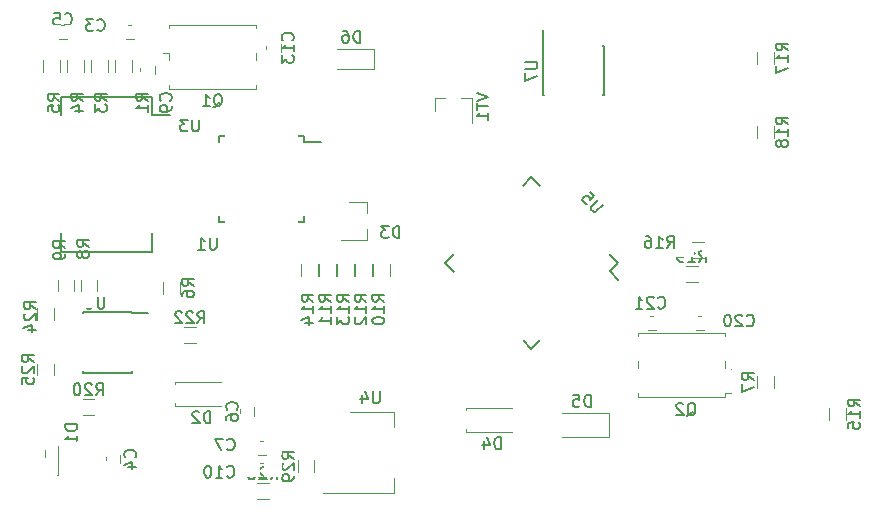
<source format=gbr>
%TF.GenerationSoftware,KiCad,Pcbnew,4.0.7-e2-6376~58~ubuntu16.04.1*%
%TF.CreationDate,2018-05-15T17:16:18+03:00*%
%TF.ProjectId,rover_commander,726F7665725F636F6D6D616E6465722E,rev?*%
%TF.FileFunction,Legend,Bot*%
%FSLAX46Y46*%
G04 Gerber Fmt 4.6, Leading zero omitted, Abs format (unit mm)*
G04 Created by KiCad (PCBNEW 4.0.7-e2-6376~58~ubuntu16.04.1) date Tue May 15 17:16:18 2018*
%MOMM*%
%LPD*%
G01*
G04 APERTURE LIST*
%ADD10C,0.100000*%
%ADD11C,0.120000*%
%ADD12C,0.150000*%
%ADD13R,2.400000X2.400000*%
%ADD14C,2.400000*%
%ADD15R,2.400000X4.200000*%
%ADD16R,2.400000X1.900000*%
%ADD17R,1.600000X1.150000*%
%ADD18R,1.150000X1.600000*%
%ADD19R,1.000000X1.500000*%
%ADD20R,1.300000X1.200000*%
%ADD21R,1.400000X1.400000*%
%ADD22R,2.200000X2.200000*%
%ADD23C,2.200000*%
%ADD24R,1.300000X1.600000*%
%ADD25R,1.600000X1.300000*%
%ADD26R,1.900000X1.000000*%
%ADD27R,1.950000X1.000000*%
%ADD28R,1.200000X1.300000*%
%ADD29C,1.920000*%
%ADD30C,3.100000*%
%ADD31R,2.100000X2.100000*%
%ADD32O,2.100000X2.100000*%
%ADD33R,2.000000X2.000000*%
%ADD34C,2.000000*%
%ADD35R,2.500000X2.100000*%
%ADD36R,1.700000X0.650000*%
%ADD37R,0.650000X1.700000*%
%ADD38R,1.000000X1.950000*%
G04 APERTURE END LIST*
D10*
D11*
X142310000Y-113742000D02*
X142310000Y-115002000D01*
X142310000Y-120562000D02*
X142310000Y-119302000D01*
X138550000Y-113742000D02*
X142310000Y-113742000D01*
X136300000Y-120562000D02*
X142310000Y-120562000D01*
X120304000Y-80934000D02*
X119604000Y-80934000D01*
X119604000Y-82134000D02*
X120304000Y-82134000D01*
X119058000Y-118052000D02*
X119058000Y-117352000D01*
X117858000Y-117352000D02*
X117858000Y-118052000D01*
X113889000Y-82134000D02*
X114589000Y-82134000D01*
X114589000Y-80934000D02*
X113889000Y-80934000D01*
X129272000Y-113312000D02*
X129272000Y-114012000D01*
X130472000Y-114012000D02*
X130472000Y-113312000D01*
X131442000Y-116152000D02*
X130742000Y-116152000D01*
X130742000Y-117352000D02*
X131442000Y-117352000D01*
X131442000Y-118000000D02*
X130742000Y-118000000D01*
X130742000Y-119200000D02*
X131442000Y-119200000D01*
X168564000Y-105572000D02*
X167864000Y-105572000D01*
X167864000Y-106772000D02*
X168564000Y-106772000D01*
X163800000Y-106772000D02*
X164500000Y-106772000D01*
X164500000Y-105572000D02*
X163800000Y-105572000D01*
X113834000Y-119064000D02*
X112734000Y-119064000D01*
X113834000Y-119064000D02*
X113834000Y-116564000D01*
X112734000Y-119064000D02*
X112734000Y-116564000D01*
X139968000Y-95956000D02*
X139968000Y-96886000D01*
X139968000Y-99116000D02*
X139968000Y-98186000D01*
X139968000Y-99116000D02*
X137808000Y-99116000D01*
X139968000Y-95956000D02*
X138508000Y-95956000D01*
X140584000Y-82970000D02*
X140584000Y-84670000D01*
X140584000Y-84670000D02*
X137434000Y-84670000D01*
X140584000Y-82970000D02*
X137434000Y-82970000D01*
X118700000Y-83912000D02*
X118700000Y-84912000D01*
X120060000Y-84912000D02*
X120060000Y-83912000D01*
X116668000Y-83912000D02*
X116668000Y-84912000D01*
X118028000Y-84912000D02*
X118028000Y-83912000D01*
X114636000Y-83912000D02*
X114636000Y-84912000D01*
X115996000Y-84912000D02*
X115996000Y-83912000D01*
X112604000Y-83912000D02*
X112604000Y-84912000D01*
X113964000Y-84912000D02*
X113964000Y-83912000D01*
X122764000Y-102708000D02*
X122764000Y-103708000D01*
X124124000Y-103708000D02*
X124124000Y-102708000D01*
X174416000Y-111668000D02*
X174416000Y-110668000D01*
X173056000Y-110668000D02*
X173056000Y-111668000D01*
X117180000Y-103500000D02*
X117180000Y-102500000D01*
X115820000Y-102500000D02*
X115820000Y-103500000D01*
X113820000Y-102500000D02*
X113820000Y-103500000D01*
X115180000Y-103500000D02*
X115180000Y-102500000D01*
X140544000Y-101184000D02*
X140544000Y-102184000D01*
X141904000Y-102184000D02*
X141904000Y-101184000D01*
X135972000Y-101184000D02*
X135972000Y-102184000D01*
X137332000Y-102184000D02*
X137332000Y-101184000D01*
X139020000Y-101184000D02*
X139020000Y-102184000D01*
X140380000Y-102184000D02*
X140380000Y-101184000D01*
X137496000Y-101184000D02*
X137496000Y-102184000D01*
X138856000Y-102184000D02*
X138856000Y-101184000D01*
X134448000Y-101184000D02*
X134448000Y-102184000D01*
X135808000Y-102184000D02*
X135808000Y-101184000D01*
X179152000Y-113376000D02*
X179152000Y-114376000D01*
X180512000Y-114376000D02*
X180512000Y-113376000D01*
X167500000Y-100680000D02*
X168500000Y-100680000D01*
X168500000Y-99320000D02*
X167500000Y-99320000D01*
X173056000Y-83236000D02*
X173056000Y-84236000D01*
X174416000Y-84236000D02*
X174416000Y-83236000D01*
X173056000Y-89500000D02*
X173056000Y-90500000D01*
X174416000Y-90500000D02*
X174416000Y-89500000D01*
X167000000Y-102680000D02*
X168000000Y-102680000D01*
X168000000Y-101320000D02*
X167000000Y-101320000D01*
X115916000Y-113964000D02*
X116916000Y-113964000D01*
X116916000Y-112604000D02*
X115916000Y-112604000D01*
X124500000Y-107868000D02*
X125500000Y-107868000D01*
X125500000Y-106508000D02*
X124500000Y-106508000D01*
X112096000Y-104900000D02*
X112096000Y-105900000D01*
X113456000Y-105900000D02*
X113456000Y-104900000D01*
X113456000Y-110600000D02*
X113456000Y-109600000D01*
X112096000Y-109600000D02*
X112096000Y-110600000D01*
D12*
X121809000Y-87024000D02*
X121809000Y-88549000D01*
X114059000Y-87024000D02*
X114059000Y-88629000D01*
X114059000Y-100174000D02*
X114059000Y-98569000D01*
X121809000Y-100174000D02*
X121809000Y-98569000D01*
X121809000Y-87024000D02*
X114059000Y-87024000D01*
X121809000Y-100174000D02*
X114059000Y-100174000D01*
X121809000Y-88549000D02*
X123334000Y-88549000D01*
X120091000Y-105248000D02*
X120091000Y-105298000D01*
X115941000Y-105248000D02*
X115941000Y-105393000D01*
X115941000Y-110398000D02*
X115941000Y-110253000D01*
X120091000Y-110398000D02*
X120091000Y-110253000D01*
X120091000Y-105248000D02*
X115941000Y-105248000D01*
X120091000Y-110398000D02*
X115941000Y-110398000D01*
X120091000Y-105298000D02*
X121491000Y-105298000D01*
D11*
X145740000Y-87108000D02*
X146670000Y-87108000D01*
X148900000Y-87108000D02*
X147970000Y-87108000D01*
X148900000Y-87108000D02*
X148900000Y-89268000D01*
X145740000Y-87108000D02*
X145740000Y-88568000D01*
X122012000Y-85120000D02*
X122012000Y-84420000D01*
X120812000Y-84420000D02*
X120812000Y-85120000D01*
X132680000Y-83220000D02*
X132680000Y-82520000D01*
X131480000Y-82520000D02*
X131480000Y-83220000D01*
X123202000Y-86046000D02*
X123202000Y-86346000D01*
X123202000Y-86346000D02*
X130602000Y-86346000D01*
X130602000Y-86346000D02*
X130602000Y-86046000D01*
X122702000Y-81246000D02*
X123202000Y-81246000D01*
X123202000Y-81246000D02*
X123202000Y-80946000D01*
X123202000Y-80946000D02*
X130602000Y-80946000D01*
X130602000Y-80946000D02*
X130602000Y-81246000D01*
X122702000Y-83346000D02*
X123202000Y-83346000D01*
X123202000Y-83346000D02*
X123202000Y-83946000D01*
X130602000Y-83946000D02*
X130602000Y-83346000D01*
X170324000Y-107328000D02*
X170324000Y-107028000D01*
X170324000Y-107028000D02*
X162924000Y-107028000D01*
X162924000Y-107028000D02*
X162924000Y-107328000D01*
X170824000Y-112128000D02*
X170324000Y-112128000D01*
X170324000Y-112128000D02*
X170324000Y-112428000D01*
X170324000Y-112428000D02*
X162924000Y-112428000D01*
X162924000Y-112428000D02*
X162924000Y-112128000D01*
X170824000Y-110028000D02*
X170324000Y-110028000D01*
X170324000Y-110028000D02*
X170324000Y-109428000D01*
X162924000Y-109428000D02*
X162924000Y-110028000D01*
D12*
X134689000Y-90355000D02*
X134689000Y-90805000D01*
X127439000Y-90355000D02*
X127439000Y-90880000D01*
X127439000Y-97605000D02*
X127439000Y-97080000D01*
X134689000Y-97605000D02*
X134689000Y-97080000D01*
X134689000Y-90355000D02*
X134164000Y-90355000D01*
X134689000Y-97605000D02*
X134164000Y-97605000D01*
X127439000Y-97605000D02*
X127964000Y-97605000D01*
X127439000Y-90355000D02*
X127964000Y-90355000D01*
X134689000Y-90805000D02*
X136064000Y-90805000D01*
D11*
X123750000Y-113200000D02*
X123750000Y-111200000D01*
X123750000Y-111200000D02*
X127650000Y-111200000D01*
X123750000Y-113200000D02*
X127650000Y-113200000D01*
X148350000Y-115400000D02*
X148350000Y-113400000D01*
X148350000Y-113400000D02*
X152250000Y-113400000D01*
X148350000Y-115400000D02*
X152250000Y-115400000D01*
X160450000Y-113800000D02*
X160450000Y-115800000D01*
X160450000Y-115800000D02*
X156550000Y-115800000D01*
X160450000Y-113800000D02*
X156550000Y-113800000D01*
X130700000Y-121080000D02*
X131700000Y-121080000D01*
X131700000Y-119720000D02*
X130700000Y-119720000D01*
X135480000Y-118800000D02*
X135480000Y-117800000D01*
X134120000Y-117800000D02*
X134120000Y-118800000D01*
D12*
X154881000Y-82753000D02*
X154931000Y-82753000D01*
X154881000Y-86903000D02*
X155026000Y-86903000D01*
X160031000Y-86903000D02*
X159886000Y-86903000D01*
X160031000Y-82753000D02*
X159886000Y-82753000D01*
X154881000Y-82753000D02*
X154881000Y-86903000D01*
X160031000Y-82753000D02*
X160031000Y-86903000D01*
X154931000Y-82753000D02*
X154931000Y-81353000D01*
X161242555Y-101092000D02*
X160535448Y-101799107D01*
X153924000Y-93773445D02*
X153163860Y-94533585D01*
X146605445Y-101092000D02*
X147365585Y-100331860D01*
X153924000Y-108410555D02*
X154684140Y-107650415D01*
X161242555Y-101092000D02*
X160482415Y-100331860D01*
X153924000Y-108410555D02*
X153163860Y-107650415D01*
X146605445Y-101092000D02*
X147365585Y-101852140D01*
X153924000Y-93773445D02*
X154684140Y-94533585D01*
X160535448Y-101799107D02*
X161260233Y-102523891D01*
X141059905Y-111952381D02*
X141059905Y-112761905D01*
X141012286Y-112857143D01*
X140964667Y-112904762D01*
X140869429Y-112952381D01*
X140678952Y-112952381D01*
X140583714Y-112904762D01*
X140536095Y-112857143D01*
X140488476Y-112761905D01*
X140488476Y-111952381D01*
X139583714Y-112285714D02*
X139583714Y-112952381D01*
X139821810Y-111904762D02*
X140059905Y-112619048D01*
X139440857Y-112619048D01*
X117166666Y-81357143D02*
X117214285Y-81404762D01*
X117357142Y-81452381D01*
X117452380Y-81452381D01*
X117595238Y-81404762D01*
X117690476Y-81309524D01*
X117738095Y-81214286D01*
X117785714Y-81023810D01*
X117785714Y-80880952D01*
X117738095Y-80690476D01*
X117690476Y-80595238D01*
X117595238Y-80500000D01*
X117452380Y-80452381D01*
X117357142Y-80452381D01*
X117214285Y-80500000D01*
X117166666Y-80547619D01*
X116833333Y-80452381D02*
X116214285Y-80452381D01*
X116547619Y-80833333D01*
X116404761Y-80833333D01*
X116309523Y-80880952D01*
X116261904Y-80928571D01*
X116214285Y-81023810D01*
X116214285Y-81261905D01*
X116261904Y-81357143D01*
X116309523Y-81404762D01*
X116404761Y-81452381D01*
X116690476Y-81452381D01*
X116785714Y-81404762D01*
X116833333Y-81357143D01*
X120357143Y-117535334D02*
X120404762Y-117487715D01*
X120452381Y-117344858D01*
X120452381Y-117249620D01*
X120404762Y-117106762D01*
X120309524Y-117011524D01*
X120214286Y-116963905D01*
X120023810Y-116916286D01*
X119880952Y-116916286D01*
X119690476Y-116963905D01*
X119595238Y-117011524D01*
X119500000Y-117106762D01*
X119452381Y-117249620D01*
X119452381Y-117344858D01*
X119500000Y-117487715D01*
X119547619Y-117535334D01*
X119785714Y-118392477D02*
X120452381Y-118392477D01*
X119404762Y-118154381D02*
X120119048Y-117916286D01*
X120119048Y-118535334D01*
X114405666Y-80857143D02*
X114453285Y-80904762D01*
X114596142Y-80952381D01*
X114691380Y-80952381D01*
X114834238Y-80904762D01*
X114929476Y-80809524D01*
X114977095Y-80714286D01*
X115024714Y-80523810D01*
X115024714Y-80380952D01*
X114977095Y-80190476D01*
X114929476Y-80095238D01*
X114834238Y-80000000D01*
X114691380Y-79952381D01*
X114596142Y-79952381D01*
X114453285Y-80000000D01*
X114405666Y-80047619D01*
X113500904Y-79952381D02*
X113977095Y-79952381D01*
X114024714Y-80428571D01*
X113977095Y-80380952D01*
X113881857Y-80333333D01*
X113643761Y-80333333D01*
X113548523Y-80380952D01*
X113500904Y-80428571D01*
X113453285Y-80523810D01*
X113453285Y-80761905D01*
X113500904Y-80857143D01*
X113548523Y-80904762D01*
X113643761Y-80952381D01*
X113881857Y-80952381D01*
X113977095Y-80904762D01*
X114024714Y-80857143D01*
X128979143Y-113495334D02*
X129026762Y-113447715D01*
X129074381Y-113304858D01*
X129074381Y-113209620D01*
X129026762Y-113066762D01*
X128931524Y-112971524D01*
X128836286Y-112923905D01*
X128645810Y-112876286D01*
X128502952Y-112876286D01*
X128312476Y-112923905D01*
X128217238Y-112971524D01*
X128122000Y-113066762D01*
X128074381Y-113209620D01*
X128074381Y-113304858D01*
X128122000Y-113447715D01*
X128169619Y-113495334D01*
X128074381Y-114352477D02*
X128074381Y-114162000D01*
X128122000Y-114066762D01*
X128169619Y-114019143D01*
X128312476Y-113923905D01*
X128502952Y-113876286D01*
X128883905Y-113876286D01*
X128979143Y-113923905D01*
X129026762Y-113971524D01*
X129074381Y-114066762D01*
X129074381Y-114257239D01*
X129026762Y-114352477D01*
X128979143Y-114400096D01*
X128883905Y-114447715D01*
X128645810Y-114447715D01*
X128550571Y-114400096D01*
X128502952Y-114352477D01*
X128455333Y-114257239D01*
X128455333Y-114066762D01*
X128502952Y-113971524D01*
X128550571Y-113923905D01*
X128645810Y-113876286D01*
X128166666Y-116857143D02*
X128214285Y-116904762D01*
X128357142Y-116952381D01*
X128452380Y-116952381D01*
X128595238Y-116904762D01*
X128690476Y-116809524D01*
X128738095Y-116714286D01*
X128785714Y-116523810D01*
X128785714Y-116380952D01*
X128738095Y-116190476D01*
X128690476Y-116095238D01*
X128595238Y-116000000D01*
X128452380Y-115952381D01*
X128357142Y-115952381D01*
X128214285Y-116000000D01*
X128166666Y-116047619D01*
X127833333Y-115952381D02*
X127166666Y-115952381D01*
X127595238Y-116952381D01*
X128142857Y-119165143D02*
X128190476Y-119212762D01*
X128333333Y-119260381D01*
X128428571Y-119260381D01*
X128571429Y-119212762D01*
X128666667Y-119117524D01*
X128714286Y-119022286D01*
X128761905Y-118831810D01*
X128761905Y-118688952D01*
X128714286Y-118498476D01*
X128666667Y-118403238D01*
X128571429Y-118308000D01*
X128428571Y-118260381D01*
X128333333Y-118260381D01*
X128190476Y-118308000D01*
X128142857Y-118355619D01*
X127190476Y-119260381D02*
X127761905Y-119260381D01*
X127476191Y-119260381D02*
X127476191Y-118260381D01*
X127571429Y-118403238D01*
X127666667Y-118498476D01*
X127761905Y-118546095D01*
X126571429Y-118260381D02*
X126476190Y-118260381D01*
X126380952Y-118308000D01*
X126333333Y-118355619D01*
X126285714Y-118450857D01*
X126238095Y-118641333D01*
X126238095Y-118879429D01*
X126285714Y-119069905D01*
X126333333Y-119165143D01*
X126380952Y-119212762D01*
X126476190Y-119260381D01*
X126571429Y-119260381D01*
X126666667Y-119212762D01*
X126714286Y-119165143D01*
X126761905Y-119069905D01*
X126809524Y-118879429D01*
X126809524Y-118641333D01*
X126761905Y-118450857D01*
X126714286Y-118355619D01*
X126666667Y-118308000D01*
X126571429Y-118260381D01*
X172142857Y-106357143D02*
X172190476Y-106404762D01*
X172333333Y-106452381D01*
X172428571Y-106452381D01*
X172571429Y-106404762D01*
X172666667Y-106309524D01*
X172714286Y-106214286D01*
X172761905Y-106023810D01*
X172761905Y-105880952D01*
X172714286Y-105690476D01*
X172666667Y-105595238D01*
X172571429Y-105500000D01*
X172428571Y-105452381D01*
X172333333Y-105452381D01*
X172190476Y-105500000D01*
X172142857Y-105547619D01*
X171761905Y-105547619D02*
X171714286Y-105500000D01*
X171619048Y-105452381D01*
X171380952Y-105452381D01*
X171285714Y-105500000D01*
X171238095Y-105547619D01*
X171190476Y-105642857D01*
X171190476Y-105738095D01*
X171238095Y-105880952D01*
X171809524Y-106452381D01*
X171190476Y-106452381D01*
X170571429Y-105452381D02*
X170476190Y-105452381D01*
X170380952Y-105500000D01*
X170333333Y-105547619D01*
X170285714Y-105642857D01*
X170238095Y-105833333D01*
X170238095Y-106071429D01*
X170285714Y-106261905D01*
X170333333Y-106357143D01*
X170380952Y-106404762D01*
X170476190Y-106452381D01*
X170571429Y-106452381D01*
X170666667Y-106404762D01*
X170714286Y-106357143D01*
X170761905Y-106261905D01*
X170809524Y-106071429D01*
X170809524Y-105833333D01*
X170761905Y-105642857D01*
X170714286Y-105547619D01*
X170666667Y-105500000D01*
X170571429Y-105452381D01*
X164642857Y-104857143D02*
X164690476Y-104904762D01*
X164833333Y-104952381D01*
X164928571Y-104952381D01*
X165071429Y-104904762D01*
X165166667Y-104809524D01*
X165214286Y-104714286D01*
X165261905Y-104523810D01*
X165261905Y-104380952D01*
X165214286Y-104190476D01*
X165166667Y-104095238D01*
X165071429Y-104000000D01*
X164928571Y-103952381D01*
X164833333Y-103952381D01*
X164690476Y-104000000D01*
X164642857Y-104047619D01*
X164261905Y-104047619D02*
X164214286Y-104000000D01*
X164119048Y-103952381D01*
X163880952Y-103952381D01*
X163785714Y-104000000D01*
X163738095Y-104047619D01*
X163690476Y-104142857D01*
X163690476Y-104238095D01*
X163738095Y-104380952D01*
X164309524Y-104952381D01*
X163690476Y-104952381D01*
X162738095Y-104952381D02*
X163309524Y-104952381D01*
X163023810Y-104952381D02*
X163023810Y-103952381D01*
X163119048Y-104095238D01*
X163214286Y-104190476D01*
X163309524Y-104238095D01*
X115452381Y-114761905D02*
X114452381Y-114761905D01*
X114452381Y-115000000D01*
X114500000Y-115142858D01*
X114595238Y-115238096D01*
X114690476Y-115285715D01*
X114880952Y-115333334D01*
X115023810Y-115333334D01*
X115214286Y-115285715D01*
X115309524Y-115238096D01*
X115404762Y-115142858D01*
X115452381Y-115000000D01*
X115452381Y-114761905D01*
X115452381Y-116285715D02*
X115452381Y-115714286D01*
X115452381Y-116000000D02*
X114452381Y-116000000D01*
X114595238Y-115904762D01*
X114690476Y-115809524D01*
X114738095Y-115714286D01*
X142738095Y-98952381D02*
X142738095Y-97952381D01*
X142500000Y-97952381D01*
X142357142Y-98000000D01*
X142261904Y-98095238D01*
X142214285Y-98190476D01*
X142166666Y-98380952D01*
X142166666Y-98523810D01*
X142214285Y-98714286D01*
X142261904Y-98809524D01*
X142357142Y-98904762D01*
X142500000Y-98952381D01*
X142738095Y-98952381D01*
X141833333Y-97952381D02*
X141214285Y-97952381D01*
X141547619Y-98333333D01*
X141404761Y-98333333D01*
X141309523Y-98380952D01*
X141261904Y-98428571D01*
X141214285Y-98523810D01*
X141214285Y-98761905D01*
X141261904Y-98857143D01*
X141309523Y-98904762D01*
X141404761Y-98952381D01*
X141690476Y-98952381D01*
X141785714Y-98904762D01*
X141833333Y-98857143D01*
X139422095Y-82422381D02*
X139422095Y-81422381D01*
X139184000Y-81422381D01*
X139041142Y-81470000D01*
X138945904Y-81565238D01*
X138898285Y-81660476D01*
X138850666Y-81850952D01*
X138850666Y-81993810D01*
X138898285Y-82184286D01*
X138945904Y-82279524D01*
X139041142Y-82374762D01*
X139184000Y-82422381D01*
X139422095Y-82422381D01*
X137993523Y-81422381D02*
X138184000Y-81422381D01*
X138279238Y-81470000D01*
X138326857Y-81517619D01*
X138422095Y-81660476D01*
X138469714Y-81850952D01*
X138469714Y-82231905D01*
X138422095Y-82327143D01*
X138374476Y-82374762D01*
X138279238Y-82422381D01*
X138088761Y-82422381D01*
X137993523Y-82374762D01*
X137945904Y-82327143D01*
X137898285Y-82231905D01*
X137898285Y-81993810D01*
X137945904Y-81898571D01*
X137993523Y-81850952D01*
X138088761Y-81803333D01*
X138279238Y-81803333D01*
X138374476Y-81850952D01*
X138422095Y-81898571D01*
X138469714Y-81993810D01*
X121452381Y-87333334D02*
X120976190Y-87000000D01*
X121452381Y-86761905D02*
X120452381Y-86761905D01*
X120452381Y-87142858D01*
X120500000Y-87238096D01*
X120547619Y-87285715D01*
X120642857Y-87333334D01*
X120785714Y-87333334D01*
X120880952Y-87285715D01*
X120928571Y-87238096D01*
X120976190Y-87142858D01*
X120976190Y-86761905D01*
X121452381Y-88285715D02*
X121452381Y-87714286D01*
X121452381Y-88000000D02*
X120452381Y-88000000D01*
X120595238Y-87904762D01*
X120690476Y-87809524D01*
X120738095Y-87714286D01*
X117952381Y-87333334D02*
X117476190Y-87000000D01*
X117952381Y-86761905D02*
X116952381Y-86761905D01*
X116952381Y-87142858D01*
X117000000Y-87238096D01*
X117047619Y-87285715D01*
X117142857Y-87333334D01*
X117285714Y-87333334D01*
X117380952Y-87285715D01*
X117428571Y-87238096D01*
X117476190Y-87142858D01*
X117476190Y-86761905D01*
X116952381Y-87666667D02*
X116952381Y-88285715D01*
X117333333Y-87952381D01*
X117333333Y-88095239D01*
X117380952Y-88190477D01*
X117428571Y-88238096D01*
X117523810Y-88285715D01*
X117761905Y-88285715D01*
X117857143Y-88238096D01*
X117904762Y-88190477D01*
X117952381Y-88095239D01*
X117952381Y-87809524D01*
X117904762Y-87714286D01*
X117857143Y-87666667D01*
X115952381Y-87333334D02*
X115476190Y-87000000D01*
X115952381Y-86761905D02*
X114952381Y-86761905D01*
X114952381Y-87142858D01*
X115000000Y-87238096D01*
X115047619Y-87285715D01*
X115142857Y-87333334D01*
X115285714Y-87333334D01*
X115380952Y-87285715D01*
X115428571Y-87238096D01*
X115476190Y-87142858D01*
X115476190Y-86761905D01*
X115285714Y-88190477D02*
X115952381Y-88190477D01*
X114904762Y-87952381D02*
X115619048Y-87714286D01*
X115619048Y-88333334D01*
X113952381Y-87333334D02*
X113476190Y-87000000D01*
X113952381Y-86761905D02*
X112952381Y-86761905D01*
X112952381Y-87142858D01*
X113000000Y-87238096D01*
X113047619Y-87285715D01*
X113142857Y-87333334D01*
X113285714Y-87333334D01*
X113380952Y-87285715D01*
X113428571Y-87238096D01*
X113476190Y-87142858D01*
X113476190Y-86761905D01*
X112952381Y-88238096D02*
X112952381Y-87761905D01*
X113428571Y-87714286D01*
X113380952Y-87761905D01*
X113333333Y-87857143D01*
X113333333Y-88095239D01*
X113380952Y-88190477D01*
X113428571Y-88238096D01*
X113523810Y-88285715D01*
X113761905Y-88285715D01*
X113857143Y-88238096D01*
X113904762Y-88190477D01*
X113952381Y-88095239D01*
X113952381Y-87857143D01*
X113904762Y-87761905D01*
X113857143Y-87714286D01*
X125346381Y-103041334D02*
X124870190Y-102708000D01*
X125346381Y-102469905D02*
X124346381Y-102469905D01*
X124346381Y-102850858D01*
X124394000Y-102946096D01*
X124441619Y-102993715D01*
X124536857Y-103041334D01*
X124679714Y-103041334D01*
X124774952Y-102993715D01*
X124822571Y-102946096D01*
X124870190Y-102850858D01*
X124870190Y-102469905D01*
X124346381Y-103898477D02*
X124346381Y-103708000D01*
X124394000Y-103612762D01*
X124441619Y-103565143D01*
X124584476Y-103469905D01*
X124774952Y-103422286D01*
X125155905Y-103422286D01*
X125251143Y-103469905D01*
X125298762Y-103517524D01*
X125346381Y-103612762D01*
X125346381Y-103803239D01*
X125298762Y-103898477D01*
X125251143Y-103946096D01*
X125155905Y-103993715D01*
X124917810Y-103993715D01*
X124822571Y-103946096D01*
X124774952Y-103898477D01*
X124727333Y-103803239D01*
X124727333Y-103612762D01*
X124774952Y-103517524D01*
X124822571Y-103469905D01*
X124917810Y-103422286D01*
X172738381Y-111001334D02*
X172262190Y-110668000D01*
X172738381Y-110429905D02*
X171738381Y-110429905D01*
X171738381Y-110810858D01*
X171786000Y-110906096D01*
X171833619Y-110953715D01*
X171928857Y-111001334D01*
X172071714Y-111001334D01*
X172166952Y-110953715D01*
X172214571Y-110906096D01*
X172262190Y-110810858D01*
X172262190Y-110429905D01*
X171738381Y-111334667D02*
X171738381Y-112001334D01*
X172738381Y-111572762D01*
X116452381Y-99709334D02*
X115976190Y-99376000D01*
X116452381Y-99137905D02*
X115452381Y-99137905D01*
X115452381Y-99518858D01*
X115500000Y-99614096D01*
X115547619Y-99661715D01*
X115642857Y-99709334D01*
X115785714Y-99709334D01*
X115880952Y-99661715D01*
X115928571Y-99614096D01*
X115976190Y-99518858D01*
X115976190Y-99137905D01*
X115880952Y-100280762D02*
X115833333Y-100185524D01*
X115785714Y-100137905D01*
X115690476Y-100090286D01*
X115642857Y-100090286D01*
X115547619Y-100137905D01*
X115500000Y-100185524D01*
X115452381Y-100280762D01*
X115452381Y-100471239D01*
X115500000Y-100566477D01*
X115547619Y-100614096D01*
X115642857Y-100661715D01*
X115690476Y-100661715D01*
X115785714Y-100614096D01*
X115833333Y-100566477D01*
X115880952Y-100471239D01*
X115880952Y-100280762D01*
X115928571Y-100185524D01*
X115976190Y-100137905D01*
X116071429Y-100090286D01*
X116261905Y-100090286D01*
X116357143Y-100137905D01*
X116404762Y-100185524D01*
X116452381Y-100280762D01*
X116452381Y-100471239D01*
X116404762Y-100566477D01*
X116357143Y-100614096D01*
X116261905Y-100661715D01*
X116071429Y-100661715D01*
X115976190Y-100614096D01*
X115928571Y-100566477D01*
X115880952Y-100471239D01*
X114452381Y-99833334D02*
X113976190Y-99500000D01*
X114452381Y-99261905D02*
X113452381Y-99261905D01*
X113452381Y-99642858D01*
X113500000Y-99738096D01*
X113547619Y-99785715D01*
X113642857Y-99833334D01*
X113785714Y-99833334D01*
X113880952Y-99785715D01*
X113928571Y-99738096D01*
X113976190Y-99642858D01*
X113976190Y-99261905D01*
X114452381Y-100309524D02*
X114452381Y-100500000D01*
X114404762Y-100595239D01*
X114357143Y-100642858D01*
X114214286Y-100738096D01*
X114023810Y-100785715D01*
X113642857Y-100785715D01*
X113547619Y-100738096D01*
X113500000Y-100690477D01*
X113452381Y-100595239D01*
X113452381Y-100404762D01*
X113500000Y-100309524D01*
X113547619Y-100261905D01*
X113642857Y-100214286D01*
X113880952Y-100214286D01*
X113976190Y-100261905D01*
X114023810Y-100309524D01*
X114071429Y-100404762D01*
X114071429Y-100595239D01*
X114023810Y-100690477D01*
X113976190Y-100738096D01*
X113880952Y-100785715D01*
X141452381Y-104357143D02*
X140976190Y-104023809D01*
X141452381Y-103785714D02*
X140452381Y-103785714D01*
X140452381Y-104166667D01*
X140500000Y-104261905D01*
X140547619Y-104309524D01*
X140642857Y-104357143D01*
X140785714Y-104357143D01*
X140880952Y-104309524D01*
X140928571Y-104261905D01*
X140976190Y-104166667D01*
X140976190Y-103785714D01*
X141452381Y-105309524D02*
X141452381Y-104738095D01*
X141452381Y-105023809D02*
X140452381Y-105023809D01*
X140595238Y-104928571D01*
X140690476Y-104833333D01*
X140738095Y-104738095D01*
X140452381Y-105928571D02*
X140452381Y-106023810D01*
X140500000Y-106119048D01*
X140547619Y-106166667D01*
X140642857Y-106214286D01*
X140833333Y-106261905D01*
X141071429Y-106261905D01*
X141261905Y-106214286D01*
X141357143Y-106166667D01*
X141404762Y-106119048D01*
X141452381Y-106023810D01*
X141452381Y-105928571D01*
X141404762Y-105833333D01*
X141357143Y-105785714D01*
X141261905Y-105738095D01*
X141071429Y-105690476D01*
X140833333Y-105690476D01*
X140642857Y-105738095D01*
X140547619Y-105785714D01*
X140500000Y-105833333D01*
X140452381Y-105928571D01*
X136952381Y-104357143D02*
X136476190Y-104023809D01*
X136952381Y-103785714D02*
X135952381Y-103785714D01*
X135952381Y-104166667D01*
X136000000Y-104261905D01*
X136047619Y-104309524D01*
X136142857Y-104357143D01*
X136285714Y-104357143D01*
X136380952Y-104309524D01*
X136428571Y-104261905D01*
X136476190Y-104166667D01*
X136476190Y-103785714D01*
X136952381Y-105309524D02*
X136952381Y-104738095D01*
X136952381Y-105023809D02*
X135952381Y-105023809D01*
X136095238Y-104928571D01*
X136190476Y-104833333D01*
X136238095Y-104738095D01*
X136952381Y-106261905D02*
X136952381Y-105690476D01*
X136952381Y-105976190D02*
X135952381Y-105976190D01*
X136095238Y-105880952D01*
X136190476Y-105785714D01*
X136238095Y-105690476D01*
X139952381Y-104357143D02*
X139476190Y-104023809D01*
X139952381Y-103785714D02*
X138952381Y-103785714D01*
X138952381Y-104166667D01*
X139000000Y-104261905D01*
X139047619Y-104309524D01*
X139142857Y-104357143D01*
X139285714Y-104357143D01*
X139380952Y-104309524D01*
X139428571Y-104261905D01*
X139476190Y-104166667D01*
X139476190Y-103785714D01*
X139952381Y-105309524D02*
X139952381Y-104738095D01*
X139952381Y-105023809D02*
X138952381Y-105023809D01*
X139095238Y-104928571D01*
X139190476Y-104833333D01*
X139238095Y-104738095D01*
X139047619Y-105690476D02*
X139000000Y-105738095D01*
X138952381Y-105833333D01*
X138952381Y-106071429D01*
X139000000Y-106166667D01*
X139047619Y-106214286D01*
X139142857Y-106261905D01*
X139238095Y-106261905D01*
X139380952Y-106214286D01*
X139952381Y-105642857D01*
X139952381Y-106261905D01*
X138452381Y-104357143D02*
X137976190Y-104023809D01*
X138452381Y-103785714D02*
X137452381Y-103785714D01*
X137452381Y-104166667D01*
X137500000Y-104261905D01*
X137547619Y-104309524D01*
X137642857Y-104357143D01*
X137785714Y-104357143D01*
X137880952Y-104309524D01*
X137928571Y-104261905D01*
X137976190Y-104166667D01*
X137976190Y-103785714D01*
X138452381Y-105309524D02*
X138452381Y-104738095D01*
X138452381Y-105023809D02*
X137452381Y-105023809D01*
X137595238Y-104928571D01*
X137690476Y-104833333D01*
X137738095Y-104738095D01*
X137452381Y-105642857D02*
X137452381Y-106261905D01*
X137833333Y-105928571D01*
X137833333Y-106071429D01*
X137880952Y-106166667D01*
X137928571Y-106214286D01*
X138023810Y-106261905D01*
X138261905Y-106261905D01*
X138357143Y-106214286D01*
X138404762Y-106166667D01*
X138452381Y-106071429D01*
X138452381Y-105785714D01*
X138404762Y-105690476D01*
X138357143Y-105642857D01*
X135452381Y-104357143D02*
X134976190Y-104023809D01*
X135452381Y-103785714D02*
X134452381Y-103785714D01*
X134452381Y-104166667D01*
X134500000Y-104261905D01*
X134547619Y-104309524D01*
X134642857Y-104357143D01*
X134785714Y-104357143D01*
X134880952Y-104309524D01*
X134928571Y-104261905D01*
X134976190Y-104166667D01*
X134976190Y-103785714D01*
X135452381Y-105309524D02*
X135452381Y-104738095D01*
X135452381Y-105023809D02*
X134452381Y-105023809D01*
X134595238Y-104928571D01*
X134690476Y-104833333D01*
X134738095Y-104738095D01*
X134785714Y-106166667D02*
X135452381Y-106166667D01*
X134404762Y-105928571D02*
X135119048Y-105690476D01*
X135119048Y-106309524D01*
X181734381Y-113233143D02*
X181258190Y-112899809D01*
X181734381Y-112661714D02*
X180734381Y-112661714D01*
X180734381Y-113042667D01*
X180782000Y-113137905D01*
X180829619Y-113185524D01*
X180924857Y-113233143D01*
X181067714Y-113233143D01*
X181162952Y-113185524D01*
X181210571Y-113137905D01*
X181258190Y-113042667D01*
X181258190Y-112661714D01*
X181734381Y-114185524D02*
X181734381Y-113614095D01*
X181734381Y-113899809D02*
X180734381Y-113899809D01*
X180877238Y-113804571D01*
X180972476Y-113709333D01*
X181020095Y-113614095D01*
X180734381Y-115090286D02*
X180734381Y-114614095D01*
X181210571Y-114566476D01*
X181162952Y-114614095D01*
X181115333Y-114709333D01*
X181115333Y-114947429D01*
X181162952Y-115042667D01*
X181210571Y-115090286D01*
X181305810Y-115137905D01*
X181543905Y-115137905D01*
X181639143Y-115090286D01*
X181686762Y-115042667D01*
X181734381Y-114947429D01*
X181734381Y-114709333D01*
X181686762Y-114614095D01*
X181639143Y-114566476D01*
X165410857Y-99820381D02*
X165744191Y-99344190D01*
X165982286Y-99820381D02*
X165982286Y-98820381D01*
X165601333Y-98820381D01*
X165506095Y-98868000D01*
X165458476Y-98915619D01*
X165410857Y-99010857D01*
X165410857Y-99153714D01*
X165458476Y-99248952D01*
X165506095Y-99296571D01*
X165601333Y-99344190D01*
X165982286Y-99344190D01*
X164458476Y-99820381D02*
X165029905Y-99820381D01*
X164744191Y-99820381D02*
X164744191Y-98820381D01*
X164839429Y-98963238D01*
X164934667Y-99058476D01*
X165029905Y-99106095D01*
X163601333Y-98820381D02*
X163791810Y-98820381D01*
X163887048Y-98868000D01*
X163934667Y-98915619D01*
X164029905Y-99058476D01*
X164077524Y-99248952D01*
X164077524Y-99629905D01*
X164029905Y-99725143D01*
X163982286Y-99772762D01*
X163887048Y-99820381D01*
X163696571Y-99820381D01*
X163601333Y-99772762D01*
X163553714Y-99725143D01*
X163506095Y-99629905D01*
X163506095Y-99391810D01*
X163553714Y-99296571D01*
X163601333Y-99248952D01*
X163696571Y-99201333D01*
X163887048Y-99201333D01*
X163982286Y-99248952D01*
X164029905Y-99296571D01*
X164077524Y-99391810D01*
X175638381Y-83093143D02*
X175162190Y-82759809D01*
X175638381Y-82521714D02*
X174638381Y-82521714D01*
X174638381Y-82902667D01*
X174686000Y-82997905D01*
X174733619Y-83045524D01*
X174828857Y-83093143D01*
X174971714Y-83093143D01*
X175066952Y-83045524D01*
X175114571Y-82997905D01*
X175162190Y-82902667D01*
X175162190Y-82521714D01*
X175638381Y-84045524D02*
X175638381Y-83474095D01*
X175638381Y-83759809D02*
X174638381Y-83759809D01*
X174781238Y-83664571D01*
X174876476Y-83569333D01*
X174924095Y-83474095D01*
X174638381Y-84378857D02*
X174638381Y-85045524D01*
X175638381Y-84616952D01*
X175638381Y-89357143D02*
X175162190Y-89023809D01*
X175638381Y-88785714D02*
X174638381Y-88785714D01*
X174638381Y-89166667D01*
X174686000Y-89261905D01*
X174733619Y-89309524D01*
X174828857Y-89357143D01*
X174971714Y-89357143D01*
X175066952Y-89309524D01*
X175114571Y-89261905D01*
X175162190Y-89166667D01*
X175162190Y-88785714D01*
X175638381Y-90309524D02*
X175638381Y-89738095D01*
X175638381Y-90023809D02*
X174638381Y-90023809D01*
X174781238Y-89928571D01*
X174876476Y-89833333D01*
X174924095Y-89738095D01*
X175066952Y-90880952D02*
X175019333Y-90785714D01*
X174971714Y-90738095D01*
X174876476Y-90690476D01*
X174828857Y-90690476D01*
X174733619Y-90738095D01*
X174686000Y-90785714D01*
X174638381Y-90880952D01*
X174638381Y-91071429D01*
X174686000Y-91166667D01*
X174733619Y-91214286D01*
X174828857Y-91261905D01*
X174876476Y-91261905D01*
X174971714Y-91214286D01*
X175019333Y-91166667D01*
X175066952Y-91071429D01*
X175066952Y-90880952D01*
X175114571Y-90785714D01*
X175162190Y-90738095D01*
X175257429Y-90690476D01*
X175447905Y-90690476D01*
X175543143Y-90738095D01*
X175590762Y-90785714D01*
X175638381Y-90880952D01*
X175638381Y-91071429D01*
X175590762Y-91166667D01*
X175543143Y-91214286D01*
X175447905Y-91261905D01*
X175257429Y-91261905D01*
X175162190Y-91214286D01*
X175114571Y-91166667D01*
X175066952Y-91071429D01*
X168142857Y-101002381D02*
X168476191Y-100526190D01*
X168714286Y-101002381D02*
X168714286Y-100002381D01*
X168333333Y-100002381D01*
X168238095Y-100050000D01*
X168190476Y-100097619D01*
X168142857Y-100192857D01*
X168142857Y-100335714D01*
X168190476Y-100430952D01*
X168238095Y-100478571D01*
X168333333Y-100526190D01*
X168714286Y-100526190D01*
X167190476Y-101002381D02*
X167761905Y-101002381D01*
X167476191Y-101002381D02*
X167476191Y-100002381D01*
X167571429Y-100145238D01*
X167666667Y-100240476D01*
X167761905Y-100288095D01*
X166714286Y-101002381D02*
X166523810Y-101002381D01*
X166428571Y-100954762D01*
X166380952Y-100907143D01*
X166285714Y-100764286D01*
X166238095Y-100573810D01*
X166238095Y-100192857D01*
X166285714Y-100097619D01*
X166333333Y-100050000D01*
X166428571Y-100002381D01*
X166619048Y-100002381D01*
X166714286Y-100050000D01*
X166761905Y-100097619D01*
X166809524Y-100192857D01*
X166809524Y-100430952D01*
X166761905Y-100526190D01*
X166714286Y-100573810D01*
X166619048Y-100621429D01*
X166428571Y-100621429D01*
X166333333Y-100573810D01*
X166285714Y-100526190D01*
X166238095Y-100430952D01*
X117058857Y-112286381D02*
X117392191Y-111810190D01*
X117630286Y-112286381D02*
X117630286Y-111286381D01*
X117249333Y-111286381D01*
X117154095Y-111334000D01*
X117106476Y-111381619D01*
X117058857Y-111476857D01*
X117058857Y-111619714D01*
X117106476Y-111714952D01*
X117154095Y-111762571D01*
X117249333Y-111810190D01*
X117630286Y-111810190D01*
X116677905Y-111381619D02*
X116630286Y-111334000D01*
X116535048Y-111286381D01*
X116296952Y-111286381D01*
X116201714Y-111334000D01*
X116154095Y-111381619D01*
X116106476Y-111476857D01*
X116106476Y-111572095D01*
X116154095Y-111714952D01*
X116725524Y-112286381D01*
X116106476Y-112286381D01*
X115487429Y-111286381D02*
X115392190Y-111286381D01*
X115296952Y-111334000D01*
X115249333Y-111381619D01*
X115201714Y-111476857D01*
X115154095Y-111667333D01*
X115154095Y-111905429D01*
X115201714Y-112095905D01*
X115249333Y-112191143D01*
X115296952Y-112238762D01*
X115392190Y-112286381D01*
X115487429Y-112286381D01*
X115582667Y-112238762D01*
X115630286Y-112191143D01*
X115677905Y-112095905D01*
X115725524Y-111905429D01*
X115725524Y-111667333D01*
X115677905Y-111476857D01*
X115630286Y-111381619D01*
X115582667Y-111334000D01*
X115487429Y-111286381D01*
X125642857Y-106190381D02*
X125976191Y-105714190D01*
X126214286Y-106190381D02*
X126214286Y-105190381D01*
X125833333Y-105190381D01*
X125738095Y-105238000D01*
X125690476Y-105285619D01*
X125642857Y-105380857D01*
X125642857Y-105523714D01*
X125690476Y-105618952D01*
X125738095Y-105666571D01*
X125833333Y-105714190D01*
X126214286Y-105714190D01*
X125261905Y-105285619D02*
X125214286Y-105238000D01*
X125119048Y-105190381D01*
X124880952Y-105190381D01*
X124785714Y-105238000D01*
X124738095Y-105285619D01*
X124690476Y-105380857D01*
X124690476Y-105476095D01*
X124738095Y-105618952D01*
X125309524Y-106190381D01*
X124690476Y-106190381D01*
X124309524Y-105285619D02*
X124261905Y-105238000D01*
X124166667Y-105190381D01*
X123928571Y-105190381D01*
X123833333Y-105238000D01*
X123785714Y-105285619D01*
X123738095Y-105380857D01*
X123738095Y-105476095D01*
X123785714Y-105618952D01*
X124357143Y-106190381D01*
X123738095Y-106190381D01*
X111952381Y-104993143D02*
X111476190Y-104659809D01*
X111952381Y-104421714D02*
X110952381Y-104421714D01*
X110952381Y-104802667D01*
X111000000Y-104897905D01*
X111047619Y-104945524D01*
X111142857Y-104993143D01*
X111285714Y-104993143D01*
X111380952Y-104945524D01*
X111428571Y-104897905D01*
X111476190Y-104802667D01*
X111476190Y-104421714D01*
X111047619Y-105374095D02*
X111000000Y-105421714D01*
X110952381Y-105516952D01*
X110952381Y-105755048D01*
X111000000Y-105850286D01*
X111047619Y-105897905D01*
X111142857Y-105945524D01*
X111238095Y-105945524D01*
X111380952Y-105897905D01*
X111952381Y-105326476D01*
X111952381Y-105945524D01*
X111285714Y-106802667D02*
X111952381Y-106802667D01*
X110904762Y-106564571D02*
X111619048Y-106326476D01*
X111619048Y-106945524D01*
X111778381Y-109457143D02*
X111302190Y-109123809D01*
X111778381Y-108885714D02*
X110778381Y-108885714D01*
X110778381Y-109266667D01*
X110826000Y-109361905D01*
X110873619Y-109409524D01*
X110968857Y-109457143D01*
X111111714Y-109457143D01*
X111206952Y-109409524D01*
X111254571Y-109361905D01*
X111302190Y-109266667D01*
X111302190Y-108885714D01*
X110873619Y-109838095D02*
X110826000Y-109885714D01*
X110778381Y-109980952D01*
X110778381Y-110219048D01*
X110826000Y-110314286D01*
X110873619Y-110361905D01*
X110968857Y-110409524D01*
X111064095Y-110409524D01*
X111206952Y-110361905D01*
X111778381Y-109790476D01*
X111778381Y-110409524D01*
X110778381Y-111314286D02*
X110778381Y-110838095D01*
X111254571Y-110790476D01*
X111206952Y-110838095D01*
X111159333Y-110933333D01*
X111159333Y-111171429D01*
X111206952Y-111266667D01*
X111254571Y-111314286D01*
X111349810Y-111361905D01*
X111587905Y-111361905D01*
X111683143Y-111314286D01*
X111730762Y-111266667D01*
X111778381Y-111171429D01*
X111778381Y-110933333D01*
X111730762Y-110838095D01*
X111683143Y-110790476D01*
X125761905Y-88952381D02*
X125761905Y-89761905D01*
X125714286Y-89857143D01*
X125666667Y-89904762D01*
X125571429Y-89952381D01*
X125380952Y-89952381D01*
X125285714Y-89904762D01*
X125238095Y-89857143D01*
X125190476Y-89761905D01*
X125190476Y-88952381D01*
X124809524Y-88952381D02*
X124190476Y-88952381D01*
X124523810Y-89333333D01*
X124380952Y-89333333D01*
X124285714Y-89380952D01*
X124238095Y-89428571D01*
X124190476Y-89523810D01*
X124190476Y-89761905D01*
X124238095Y-89857143D01*
X124285714Y-89904762D01*
X124380952Y-89952381D01*
X124666667Y-89952381D01*
X124761905Y-89904762D01*
X124809524Y-89857143D01*
X117761905Y-103952381D02*
X117761905Y-104761905D01*
X117714286Y-104857143D01*
X117666667Y-104904762D01*
X117571429Y-104952381D01*
X117380952Y-104952381D01*
X117285714Y-104904762D01*
X117238095Y-104857143D01*
X117190476Y-104761905D01*
X117190476Y-103952381D01*
X116285714Y-103952381D02*
X116476191Y-103952381D01*
X116571429Y-104000000D01*
X116619048Y-104047619D01*
X116714286Y-104190476D01*
X116761905Y-104380952D01*
X116761905Y-104761905D01*
X116714286Y-104857143D01*
X116666667Y-104904762D01*
X116571429Y-104952381D01*
X116380952Y-104952381D01*
X116285714Y-104904762D01*
X116238095Y-104857143D01*
X116190476Y-104761905D01*
X116190476Y-104523810D01*
X116238095Y-104428571D01*
X116285714Y-104380952D01*
X116380952Y-104333333D01*
X116571429Y-104333333D01*
X116666667Y-104380952D01*
X116714286Y-104428571D01*
X116761905Y-104523810D01*
X149272381Y-86677524D02*
X150272381Y-87010857D01*
X149272381Y-87344191D01*
X149272381Y-87534667D02*
X149272381Y-88106096D01*
X150272381Y-87820381D02*
X149272381Y-87820381D01*
X150272381Y-88963239D02*
X150272381Y-88391810D01*
X150272381Y-88677524D02*
X149272381Y-88677524D01*
X149415238Y-88582286D01*
X149510476Y-88487048D01*
X149558095Y-88391810D01*
X123357143Y-87333334D02*
X123404762Y-87285715D01*
X123452381Y-87142858D01*
X123452381Y-87047620D01*
X123404762Y-86904762D01*
X123309524Y-86809524D01*
X123214286Y-86761905D01*
X123023810Y-86714286D01*
X122880952Y-86714286D01*
X122690476Y-86761905D01*
X122595238Y-86809524D01*
X122500000Y-86904762D01*
X122452381Y-87047620D01*
X122452381Y-87142858D01*
X122500000Y-87285715D01*
X122547619Y-87333334D01*
X123452381Y-87809524D02*
X123452381Y-88000000D01*
X123404762Y-88095239D01*
X123357143Y-88142858D01*
X123214286Y-88238096D01*
X123023810Y-88285715D01*
X122642857Y-88285715D01*
X122547619Y-88238096D01*
X122500000Y-88190477D01*
X122452381Y-88095239D01*
X122452381Y-87904762D01*
X122500000Y-87809524D01*
X122547619Y-87761905D01*
X122642857Y-87714286D01*
X122880952Y-87714286D01*
X122976190Y-87761905D01*
X123023810Y-87809524D01*
X123071429Y-87904762D01*
X123071429Y-88095239D01*
X123023810Y-88190477D01*
X122976190Y-88238096D01*
X122880952Y-88285715D01*
X133687143Y-82227143D02*
X133734762Y-82179524D01*
X133782381Y-82036667D01*
X133782381Y-81941429D01*
X133734762Y-81798571D01*
X133639524Y-81703333D01*
X133544286Y-81655714D01*
X133353810Y-81608095D01*
X133210952Y-81608095D01*
X133020476Y-81655714D01*
X132925238Y-81703333D01*
X132830000Y-81798571D01*
X132782381Y-81941429D01*
X132782381Y-82036667D01*
X132830000Y-82179524D01*
X132877619Y-82227143D01*
X133782381Y-83179524D02*
X133782381Y-82608095D01*
X133782381Y-82893809D02*
X132782381Y-82893809D01*
X132925238Y-82798571D01*
X133020476Y-82703333D01*
X133068095Y-82608095D01*
X132782381Y-83512857D02*
X132782381Y-84131905D01*
X133163333Y-83798571D01*
X133163333Y-83941429D01*
X133210952Y-84036667D01*
X133258571Y-84084286D01*
X133353810Y-84131905D01*
X133591905Y-84131905D01*
X133687143Y-84084286D01*
X133734762Y-84036667D01*
X133782381Y-83941429D01*
X133782381Y-83655714D01*
X133734762Y-83560476D01*
X133687143Y-83512857D01*
X126997238Y-87893619D02*
X127092476Y-87846000D01*
X127187714Y-87750762D01*
X127330571Y-87607905D01*
X127425810Y-87560286D01*
X127521048Y-87560286D01*
X127473429Y-87798381D02*
X127568667Y-87750762D01*
X127663905Y-87655524D01*
X127711524Y-87465048D01*
X127711524Y-87131714D01*
X127663905Y-86941238D01*
X127568667Y-86846000D01*
X127473429Y-86798381D01*
X127282952Y-86798381D01*
X127187714Y-86846000D01*
X127092476Y-86941238D01*
X127044857Y-87131714D01*
X127044857Y-87465048D01*
X127092476Y-87655524D01*
X127187714Y-87750762D01*
X127282952Y-87798381D01*
X127473429Y-87798381D01*
X126092476Y-87798381D02*
X126663905Y-87798381D01*
X126378191Y-87798381D02*
X126378191Y-86798381D01*
X126473429Y-86941238D01*
X126568667Y-87036476D01*
X126663905Y-87084095D01*
X167095238Y-114047619D02*
X167190476Y-114000000D01*
X167285714Y-113904762D01*
X167428571Y-113761905D01*
X167523810Y-113714286D01*
X167619048Y-113714286D01*
X167571429Y-113952381D02*
X167666667Y-113904762D01*
X167761905Y-113809524D01*
X167809524Y-113619048D01*
X167809524Y-113285714D01*
X167761905Y-113095238D01*
X167666667Y-113000000D01*
X167571429Y-112952381D01*
X167380952Y-112952381D01*
X167285714Y-113000000D01*
X167190476Y-113095238D01*
X167142857Y-113285714D01*
X167142857Y-113619048D01*
X167190476Y-113809524D01*
X167285714Y-113904762D01*
X167380952Y-113952381D01*
X167571429Y-113952381D01*
X166761905Y-113047619D02*
X166714286Y-113000000D01*
X166619048Y-112952381D01*
X166380952Y-112952381D01*
X166285714Y-113000000D01*
X166238095Y-113047619D01*
X166190476Y-113142857D01*
X166190476Y-113238095D01*
X166238095Y-113380952D01*
X166809524Y-113952381D01*
X166190476Y-113952381D01*
X127261905Y-98952381D02*
X127261905Y-99761905D01*
X127214286Y-99857143D01*
X127166667Y-99904762D01*
X127071429Y-99952381D01*
X126880952Y-99952381D01*
X126785714Y-99904762D01*
X126738095Y-99857143D01*
X126690476Y-99761905D01*
X126690476Y-98952381D01*
X125690476Y-99952381D02*
X126261905Y-99952381D01*
X125976191Y-99952381D02*
X125976191Y-98952381D01*
X126071429Y-99095238D01*
X126166667Y-99190476D01*
X126261905Y-99238095D01*
X126738095Y-114652381D02*
X126738095Y-113652381D01*
X126500000Y-113652381D01*
X126357142Y-113700000D01*
X126261904Y-113795238D01*
X126214285Y-113890476D01*
X126166666Y-114080952D01*
X126166666Y-114223810D01*
X126214285Y-114414286D01*
X126261904Y-114509524D01*
X126357142Y-114604762D01*
X126500000Y-114652381D01*
X126738095Y-114652381D01*
X125785714Y-113747619D02*
X125738095Y-113700000D01*
X125642857Y-113652381D01*
X125404761Y-113652381D01*
X125309523Y-113700000D01*
X125261904Y-113747619D01*
X125214285Y-113842857D01*
X125214285Y-113938095D01*
X125261904Y-114080952D01*
X125833333Y-114652381D01*
X125214285Y-114652381D01*
X151338095Y-116852381D02*
X151338095Y-115852381D01*
X151100000Y-115852381D01*
X150957142Y-115900000D01*
X150861904Y-115995238D01*
X150814285Y-116090476D01*
X150766666Y-116280952D01*
X150766666Y-116423810D01*
X150814285Y-116614286D01*
X150861904Y-116709524D01*
X150957142Y-116804762D01*
X151100000Y-116852381D01*
X151338095Y-116852381D01*
X149909523Y-116185714D02*
X149909523Y-116852381D01*
X150147619Y-115804762D02*
X150385714Y-116519048D01*
X149766666Y-116519048D01*
X158938095Y-113252381D02*
X158938095Y-112252381D01*
X158700000Y-112252381D01*
X158557142Y-112300000D01*
X158461904Y-112395238D01*
X158414285Y-112490476D01*
X158366666Y-112680952D01*
X158366666Y-112823810D01*
X158414285Y-113014286D01*
X158461904Y-113109524D01*
X158557142Y-113204762D01*
X158700000Y-113252381D01*
X158938095Y-113252381D01*
X157461904Y-112252381D02*
X157938095Y-112252381D01*
X157985714Y-112728571D01*
X157938095Y-112680952D01*
X157842857Y-112633333D01*
X157604761Y-112633333D01*
X157509523Y-112680952D01*
X157461904Y-112728571D01*
X157414285Y-112823810D01*
X157414285Y-113061905D01*
X157461904Y-113157143D01*
X157509523Y-113204762D01*
X157604761Y-113252381D01*
X157842857Y-113252381D01*
X157938095Y-113204762D01*
X157985714Y-113157143D01*
X131842857Y-119402381D02*
X132176191Y-118926190D01*
X132414286Y-119402381D02*
X132414286Y-118402381D01*
X132033333Y-118402381D01*
X131938095Y-118450000D01*
X131890476Y-118497619D01*
X131842857Y-118592857D01*
X131842857Y-118735714D01*
X131890476Y-118830952D01*
X131938095Y-118878571D01*
X132033333Y-118926190D01*
X132414286Y-118926190D01*
X131461905Y-118497619D02*
X131414286Y-118450000D01*
X131319048Y-118402381D01*
X131080952Y-118402381D01*
X130985714Y-118450000D01*
X130938095Y-118497619D01*
X130890476Y-118592857D01*
X130890476Y-118688095D01*
X130938095Y-118830952D01*
X131509524Y-119402381D01*
X130890476Y-119402381D01*
X130319048Y-118830952D02*
X130414286Y-118783333D01*
X130461905Y-118735714D01*
X130509524Y-118640476D01*
X130509524Y-118592857D01*
X130461905Y-118497619D01*
X130414286Y-118450000D01*
X130319048Y-118402381D01*
X130128571Y-118402381D01*
X130033333Y-118450000D01*
X129985714Y-118497619D01*
X129938095Y-118592857D01*
X129938095Y-118640476D01*
X129985714Y-118735714D01*
X130033333Y-118783333D01*
X130128571Y-118830952D01*
X130319048Y-118830952D01*
X130414286Y-118878571D01*
X130461905Y-118926190D01*
X130509524Y-119021429D01*
X130509524Y-119211905D01*
X130461905Y-119307143D01*
X130414286Y-119354762D01*
X130319048Y-119402381D01*
X130128571Y-119402381D01*
X130033333Y-119354762D01*
X129985714Y-119307143D01*
X129938095Y-119211905D01*
X129938095Y-119021429D01*
X129985714Y-118926190D01*
X130033333Y-118878571D01*
X130128571Y-118830952D01*
X133802381Y-117657143D02*
X133326190Y-117323809D01*
X133802381Y-117085714D02*
X132802381Y-117085714D01*
X132802381Y-117466667D01*
X132850000Y-117561905D01*
X132897619Y-117609524D01*
X132992857Y-117657143D01*
X133135714Y-117657143D01*
X133230952Y-117609524D01*
X133278571Y-117561905D01*
X133326190Y-117466667D01*
X133326190Y-117085714D01*
X132897619Y-118038095D02*
X132850000Y-118085714D01*
X132802381Y-118180952D01*
X132802381Y-118419048D01*
X132850000Y-118514286D01*
X132897619Y-118561905D01*
X132992857Y-118609524D01*
X133088095Y-118609524D01*
X133230952Y-118561905D01*
X133802381Y-117990476D01*
X133802381Y-118609524D01*
X133802381Y-119085714D02*
X133802381Y-119276190D01*
X133754762Y-119371429D01*
X133707143Y-119419048D01*
X133564286Y-119514286D01*
X133373810Y-119561905D01*
X132992857Y-119561905D01*
X132897619Y-119514286D01*
X132850000Y-119466667D01*
X132802381Y-119371429D01*
X132802381Y-119180952D01*
X132850000Y-119085714D01*
X132897619Y-119038095D01*
X132992857Y-118990476D01*
X133230952Y-118990476D01*
X133326190Y-119038095D01*
X133373810Y-119085714D01*
X133421429Y-119180952D01*
X133421429Y-119371429D01*
X133373810Y-119466667D01*
X133326190Y-119514286D01*
X133230952Y-119561905D01*
X153408381Y-84066095D02*
X154217905Y-84066095D01*
X154313143Y-84113714D01*
X154360762Y-84161333D01*
X154408381Y-84256571D01*
X154408381Y-84447048D01*
X154360762Y-84542286D01*
X154313143Y-84589905D01*
X154217905Y-84637524D01*
X153408381Y-84637524D01*
X153408381Y-85018476D02*
X153408381Y-85685143D01*
X154408381Y-85256571D01*
X159941142Y-96152354D02*
X159368722Y-96724774D01*
X159267707Y-96758446D01*
X159200364Y-96758446D01*
X159099349Y-96724774D01*
X158964661Y-96590086D01*
X158930989Y-96489071D01*
X158930989Y-96421728D01*
X158964661Y-96320713D01*
X159537081Y-95748293D01*
X158863646Y-95074858D02*
X159200364Y-95411576D01*
X158897318Y-95781964D01*
X158897318Y-95714621D01*
X158863647Y-95613606D01*
X158695287Y-95445247D01*
X158594272Y-95411575D01*
X158526929Y-95411575D01*
X158425913Y-95445247D01*
X158257554Y-95613606D01*
X158223883Y-95714621D01*
X158223883Y-95781964D01*
X158257554Y-95882980D01*
X158425914Y-96051339D01*
X158526929Y-96085011D01*
X158594272Y-96085011D01*
%LPC*%
D13*
X142220000Y-86868000D03*
D14*
X134620000Y-86868000D03*
D15*
X143550000Y-117152000D03*
D16*
X137250000Y-117152000D03*
X137250000Y-114852000D03*
X137250000Y-119452000D03*
D17*
X120904000Y-81534000D03*
X119004000Y-81534000D03*
D18*
X118458000Y-118652000D03*
X118458000Y-116752000D03*
D17*
X113289000Y-81534000D03*
X115189000Y-81534000D03*
D18*
X129872000Y-112712000D03*
X129872000Y-114612000D03*
D17*
X132042000Y-116752000D03*
X130142000Y-116752000D03*
X132042000Y-118600000D03*
X130142000Y-118600000D03*
X169164000Y-106172000D03*
X167264000Y-106172000D03*
X163200000Y-106172000D03*
X165100000Y-106172000D03*
D19*
X113284000Y-116164000D03*
X113284000Y-118364000D03*
D20*
X138208000Y-98486000D03*
X138208000Y-96586000D03*
X140208000Y-97536000D03*
D21*
X139934000Y-83820000D03*
X137434000Y-83820000D03*
D22*
X177000000Y-118540000D03*
D23*
X177000000Y-116000000D03*
X177000000Y-113460000D03*
D22*
X177000000Y-88540000D03*
D23*
X177000000Y-86000000D03*
X177000000Y-83460000D03*
D24*
X119380000Y-85512000D03*
X119380000Y-83312000D03*
X117348000Y-85512000D03*
X117348000Y-83312000D03*
X115316000Y-85512000D03*
X115316000Y-83312000D03*
X113284000Y-85512000D03*
X113284000Y-83312000D03*
X123444000Y-104308000D03*
X123444000Y-102108000D03*
X173736000Y-110068000D03*
X173736000Y-112268000D03*
X116500000Y-101900000D03*
X116500000Y-104100000D03*
X114500000Y-104100000D03*
X114500000Y-101900000D03*
X141224000Y-102784000D03*
X141224000Y-100584000D03*
X136652000Y-102784000D03*
X136652000Y-100584000D03*
X139700000Y-102784000D03*
X139700000Y-100584000D03*
X138176000Y-102784000D03*
X138176000Y-100584000D03*
X135128000Y-102784000D03*
X135128000Y-100584000D03*
X179832000Y-114976000D03*
X179832000Y-112776000D03*
D25*
X169100000Y-100000000D03*
X166900000Y-100000000D03*
D24*
X173736000Y-84836000D03*
X173736000Y-82636000D03*
X173736000Y-91100000D03*
X173736000Y-88900000D03*
D25*
X168600000Y-102000000D03*
X166400000Y-102000000D03*
X117516000Y-113284000D03*
X115316000Y-113284000D03*
X126100000Y-107188000D03*
X123900000Y-107188000D03*
D24*
X112776000Y-106500000D03*
X112776000Y-104300000D03*
X112776000Y-109000000D03*
X112776000Y-111200000D03*
D26*
X122584000Y-89154000D03*
X122584000Y-90424000D03*
X122584000Y-91694000D03*
X122584000Y-92964000D03*
X122584000Y-94234000D03*
X122584000Y-95504000D03*
X122584000Y-96774000D03*
X122584000Y-98044000D03*
X113284000Y-98044000D03*
X113284000Y-96774000D03*
X113284000Y-95504000D03*
X113284000Y-94234000D03*
X113284000Y-92964000D03*
X113284000Y-91694000D03*
X113284000Y-90424000D03*
X113284000Y-89154000D03*
D27*
X120716000Y-105918000D03*
X120716000Y-107188000D03*
X120716000Y-108458000D03*
X120716000Y-109728000D03*
X115316000Y-109728000D03*
X115316000Y-108458000D03*
X115316000Y-107188000D03*
X115316000Y-105918000D03*
D28*
X148270000Y-88868000D03*
X146370000Y-88868000D03*
X147320000Y-86868000D03*
D29*
X173000000Y-102290000D03*
X173000000Y-99750000D03*
X175000000Y-99750000D03*
X175000000Y-102290000D03*
D30*
X177700000Y-107020000D03*
X177700000Y-95020000D03*
D31*
X159004000Y-118872000D03*
D32*
X156464000Y-118872000D03*
X153924000Y-118872000D03*
X151384000Y-118872000D03*
D31*
X109500000Y-89600000D03*
D32*
X109500000Y-92140000D03*
X109500000Y-94680000D03*
X109500000Y-97220000D03*
X109500000Y-99760000D03*
X109500000Y-102300000D03*
X109500000Y-104840000D03*
X109500000Y-107380000D03*
X109500000Y-109920000D03*
X109500000Y-112460000D03*
D33*
X115648000Y-119652000D03*
D34*
X115648000Y-117152000D03*
D33*
X146400000Y-117152000D03*
D34*
X146400000Y-119652000D03*
D18*
X121412000Y-85720000D03*
X121412000Y-83820000D03*
X132080000Y-83820000D03*
X132080000Y-81920000D03*
D35*
X123952000Y-82296000D03*
X129852000Y-82296000D03*
X129852000Y-84996000D03*
X123952000Y-84996000D03*
X169574000Y-111078000D03*
X163674000Y-111078000D03*
X163674000Y-108378000D03*
X169574000Y-108378000D03*
D33*
X120864000Y-103124000D03*
D34*
X118364000Y-103124000D03*
D36*
X135414000Y-91230000D03*
X135414000Y-91730000D03*
X135414000Y-92230000D03*
X135414000Y-92730000D03*
X135414000Y-93230000D03*
X135414000Y-93730000D03*
X135414000Y-94230000D03*
X135414000Y-94730000D03*
X135414000Y-95230000D03*
X135414000Y-95730000D03*
X135414000Y-96230000D03*
X135414000Y-96730000D03*
D37*
X133814000Y-98330000D03*
X133314000Y-98330000D03*
X132814000Y-98330000D03*
X132314000Y-98330000D03*
X131814000Y-98330000D03*
X131314000Y-98330000D03*
X130814000Y-98330000D03*
X130314000Y-98330000D03*
X129814000Y-98330000D03*
X129314000Y-98330000D03*
X128814000Y-98330000D03*
X128314000Y-98330000D03*
D36*
X126714000Y-96730000D03*
X126714000Y-96230000D03*
X126714000Y-95730000D03*
X126714000Y-95230000D03*
X126714000Y-94730000D03*
X126714000Y-94230000D03*
X126714000Y-93730000D03*
X126714000Y-93230000D03*
X126714000Y-92730000D03*
X126714000Y-92230000D03*
X126714000Y-91730000D03*
X126714000Y-91230000D03*
D37*
X128314000Y-89630000D03*
X128814000Y-89630000D03*
X129314000Y-89630000D03*
X129814000Y-89630000D03*
X130314000Y-89630000D03*
X130814000Y-89630000D03*
X131314000Y-89630000D03*
X131814000Y-89630000D03*
X132314000Y-89630000D03*
X132814000Y-89630000D03*
X133314000Y-89630000D03*
X133814000Y-89630000D03*
D24*
X124350000Y-112200000D03*
X127650000Y-112200000D03*
X148950000Y-114400000D03*
X152250000Y-114400000D03*
X159850000Y-114800000D03*
X156550000Y-114800000D03*
D25*
X132300000Y-120400000D03*
X130100000Y-120400000D03*
D24*
X134800000Y-117200000D03*
X134800000Y-119400000D03*
D38*
X155551000Y-82128000D03*
X156821000Y-82128000D03*
X158091000Y-82128000D03*
X159361000Y-82128000D03*
X159361000Y-87528000D03*
X158091000Y-87528000D03*
X156821000Y-87528000D03*
X155551000Y-87528000D03*
D10*
G36*
X161419332Y-102789056D02*
X160924357Y-103284031D01*
X159792986Y-102152660D01*
X160287961Y-101657685D01*
X161419332Y-102789056D01*
X161419332Y-102789056D01*
G37*
G36*
X161065779Y-103142610D02*
X160570804Y-103637585D01*
X159439433Y-102506214D01*
X159934408Y-102011239D01*
X161065779Y-103142610D01*
X161065779Y-103142610D01*
G37*
G36*
X160712225Y-103496163D02*
X160217250Y-103991138D01*
X159085879Y-102859767D01*
X159580854Y-102364792D01*
X160712225Y-103496163D01*
X160712225Y-103496163D01*
G37*
G36*
X160358672Y-103849716D02*
X159863697Y-104344691D01*
X158732326Y-103213320D01*
X159227301Y-102718345D01*
X160358672Y-103849716D01*
X160358672Y-103849716D01*
G37*
G36*
X160005119Y-104203270D02*
X159510144Y-104698245D01*
X158378773Y-103566874D01*
X158873748Y-103071899D01*
X160005119Y-104203270D01*
X160005119Y-104203270D01*
G37*
G36*
X159651565Y-104556823D02*
X159156590Y-105051798D01*
X158025219Y-103920427D01*
X158520194Y-103425452D01*
X159651565Y-104556823D01*
X159651565Y-104556823D01*
G37*
G36*
X159298012Y-104910377D02*
X158803037Y-105405352D01*
X157671666Y-104273981D01*
X158166641Y-103779006D01*
X159298012Y-104910377D01*
X159298012Y-104910377D01*
G37*
G36*
X158944458Y-105263930D02*
X158449483Y-105758905D01*
X157318112Y-104627534D01*
X157813087Y-104132559D01*
X158944458Y-105263930D01*
X158944458Y-105263930D01*
G37*
G36*
X158590905Y-105617483D02*
X158095930Y-106112458D01*
X156964559Y-104981087D01*
X157459534Y-104486112D01*
X158590905Y-105617483D01*
X158590905Y-105617483D01*
G37*
G36*
X158237352Y-105971037D02*
X157742377Y-106466012D01*
X156611006Y-105334641D01*
X157105981Y-104839666D01*
X158237352Y-105971037D01*
X158237352Y-105971037D01*
G37*
G36*
X157883798Y-106324590D02*
X157388823Y-106819565D01*
X156257452Y-105688194D01*
X156752427Y-105193219D01*
X157883798Y-106324590D01*
X157883798Y-106324590D01*
G37*
G36*
X157530245Y-106678144D02*
X157035270Y-107173119D01*
X155903899Y-106041748D01*
X156398874Y-105546773D01*
X157530245Y-106678144D01*
X157530245Y-106678144D01*
G37*
G36*
X157176691Y-107031697D02*
X156681716Y-107526672D01*
X155550345Y-106395301D01*
X156045320Y-105900326D01*
X157176691Y-107031697D01*
X157176691Y-107031697D01*
G37*
G36*
X156823138Y-107385250D02*
X156328163Y-107880225D01*
X155196792Y-106748854D01*
X155691767Y-106253879D01*
X156823138Y-107385250D01*
X156823138Y-107385250D01*
G37*
G36*
X156469585Y-107738804D02*
X155974610Y-108233779D01*
X154843239Y-107102408D01*
X155338214Y-106607433D01*
X156469585Y-107738804D01*
X156469585Y-107738804D01*
G37*
G36*
X156116031Y-108092357D02*
X155621056Y-108587332D01*
X154489685Y-107455961D01*
X154984660Y-106960986D01*
X156116031Y-108092357D01*
X156116031Y-108092357D01*
G37*
G36*
X152226944Y-108587332D02*
X151731969Y-108092357D01*
X152863340Y-106960986D01*
X153358315Y-107455961D01*
X152226944Y-108587332D01*
X152226944Y-108587332D01*
G37*
G36*
X151873390Y-108233779D02*
X151378415Y-107738804D01*
X152509786Y-106607433D01*
X153004761Y-107102408D01*
X151873390Y-108233779D01*
X151873390Y-108233779D01*
G37*
G36*
X151519837Y-107880225D02*
X151024862Y-107385250D01*
X152156233Y-106253879D01*
X152651208Y-106748854D01*
X151519837Y-107880225D01*
X151519837Y-107880225D01*
G37*
G36*
X151166284Y-107526672D02*
X150671309Y-107031697D01*
X151802680Y-105900326D01*
X152297655Y-106395301D01*
X151166284Y-107526672D01*
X151166284Y-107526672D01*
G37*
G36*
X150812730Y-107173119D02*
X150317755Y-106678144D01*
X151449126Y-105546773D01*
X151944101Y-106041748D01*
X150812730Y-107173119D01*
X150812730Y-107173119D01*
G37*
G36*
X150459177Y-106819565D02*
X149964202Y-106324590D01*
X151095573Y-105193219D01*
X151590548Y-105688194D01*
X150459177Y-106819565D01*
X150459177Y-106819565D01*
G37*
G36*
X150105623Y-106466012D02*
X149610648Y-105971037D01*
X150742019Y-104839666D01*
X151236994Y-105334641D01*
X150105623Y-106466012D01*
X150105623Y-106466012D01*
G37*
G36*
X149752070Y-106112458D02*
X149257095Y-105617483D01*
X150388466Y-104486112D01*
X150883441Y-104981087D01*
X149752070Y-106112458D01*
X149752070Y-106112458D01*
G37*
G36*
X149398517Y-105758905D02*
X148903542Y-105263930D01*
X150034913Y-104132559D01*
X150529888Y-104627534D01*
X149398517Y-105758905D01*
X149398517Y-105758905D01*
G37*
G36*
X149044963Y-105405352D02*
X148549988Y-104910377D01*
X149681359Y-103779006D01*
X150176334Y-104273981D01*
X149044963Y-105405352D01*
X149044963Y-105405352D01*
G37*
G36*
X148691410Y-105051798D02*
X148196435Y-104556823D01*
X149327806Y-103425452D01*
X149822781Y-103920427D01*
X148691410Y-105051798D01*
X148691410Y-105051798D01*
G37*
G36*
X148337856Y-104698245D02*
X147842881Y-104203270D01*
X148974252Y-103071899D01*
X149469227Y-103566874D01*
X148337856Y-104698245D01*
X148337856Y-104698245D01*
G37*
G36*
X147984303Y-104344691D02*
X147489328Y-103849716D01*
X148620699Y-102718345D01*
X149115674Y-103213320D01*
X147984303Y-104344691D01*
X147984303Y-104344691D01*
G37*
G36*
X147630750Y-103991138D02*
X147135775Y-103496163D01*
X148267146Y-102364792D01*
X148762121Y-102859767D01*
X147630750Y-103991138D01*
X147630750Y-103991138D01*
G37*
G36*
X147277196Y-103637585D02*
X146782221Y-103142610D01*
X147913592Y-102011239D01*
X148408567Y-102506214D01*
X147277196Y-103637585D01*
X147277196Y-103637585D01*
G37*
G36*
X146923643Y-103284031D02*
X146428668Y-102789056D01*
X147560039Y-101657685D01*
X148055014Y-102152660D01*
X146923643Y-103284031D01*
X146923643Y-103284031D01*
G37*
G36*
X148055014Y-100031340D02*
X147560039Y-100526315D01*
X146428668Y-99394944D01*
X146923643Y-98899969D01*
X148055014Y-100031340D01*
X148055014Y-100031340D01*
G37*
G36*
X148408567Y-99677786D02*
X147913592Y-100172761D01*
X146782221Y-99041390D01*
X147277196Y-98546415D01*
X148408567Y-99677786D01*
X148408567Y-99677786D01*
G37*
G36*
X148762121Y-99324233D02*
X148267146Y-99819208D01*
X147135775Y-98687837D01*
X147630750Y-98192862D01*
X148762121Y-99324233D01*
X148762121Y-99324233D01*
G37*
G36*
X149115674Y-98970680D02*
X148620699Y-99465655D01*
X147489328Y-98334284D01*
X147984303Y-97839309D01*
X149115674Y-98970680D01*
X149115674Y-98970680D01*
G37*
G36*
X149469227Y-98617126D02*
X148974252Y-99112101D01*
X147842881Y-97980730D01*
X148337856Y-97485755D01*
X149469227Y-98617126D01*
X149469227Y-98617126D01*
G37*
G36*
X149822781Y-98263573D02*
X149327806Y-98758548D01*
X148196435Y-97627177D01*
X148691410Y-97132202D01*
X149822781Y-98263573D01*
X149822781Y-98263573D01*
G37*
G36*
X150176334Y-97910019D02*
X149681359Y-98404994D01*
X148549988Y-97273623D01*
X149044963Y-96778648D01*
X150176334Y-97910019D01*
X150176334Y-97910019D01*
G37*
G36*
X150529888Y-97556466D02*
X150034913Y-98051441D01*
X148903542Y-96920070D01*
X149398517Y-96425095D01*
X150529888Y-97556466D01*
X150529888Y-97556466D01*
G37*
G36*
X150883441Y-97202913D02*
X150388466Y-97697888D01*
X149257095Y-96566517D01*
X149752070Y-96071542D01*
X150883441Y-97202913D01*
X150883441Y-97202913D01*
G37*
G36*
X151236994Y-96849359D02*
X150742019Y-97344334D01*
X149610648Y-96212963D01*
X150105623Y-95717988D01*
X151236994Y-96849359D01*
X151236994Y-96849359D01*
G37*
G36*
X151590548Y-96495806D02*
X151095573Y-96990781D01*
X149964202Y-95859410D01*
X150459177Y-95364435D01*
X151590548Y-96495806D01*
X151590548Y-96495806D01*
G37*
G36*
X151944101Y-96142252D02*
X151449126Y-96637227D01*
X150317755Y-95505856D01*
X150812730Y-95010881D01*
X151944101Y-96142252D01*
X151944101Y-96142252D01*
G37*
G36*
X152297655Y-95788699D02*
X151802680Y-96283674D01*
X150671309Y-95152303D01*
X151166284Y-94657328D01*
X152297655Y-95788699D01*
X152297655Y-95788699D01*
G37*
G36*
X152651208Y-95435146D02*
X152156233Y-95930121D01*
X151024862Y-94798750D01*
X151519837Y-94303775D01*
X152651208Y-95435146D01*
X152651208Y-95435146D01*
G37*
G36*
X153004761Y-95081592D02*
X152509786Y-95576567D01*
X151378415Y-94445196D01*
X151873390Y-93950221D01*
X153004761Y-95081592D01*
X153004761Y-95081592D01*
G37*
G36*
X153358315Y-94728039D02*
X152863340Y-95223014D01*
X151731969Y-94091643D01*
X152226944Y-93596668D01*
X153358315Y-94728039D01*
X153358315Y-94728039D01*
G37*
G36*
X154984660Y-95223014D02*
X154489685Y-94728039D01*
X155621056Y-93596668D01*
X156116031Y-94091643D01*
X154984660Y-95223014D01*
X154984660Y-95223014D01*
G37*
G36*
X155338214Y-95576567D02*
X154843239Y-95081592D01*
X155974610Y-93950221D01*
X156469585Y-94445196D01*
X155338214Y-95576567D01*
X155338214Y-95576567D01*
G37*
G36*
X155691767Y-95930121D02*
X155196792Y-95435146D01*
X156328163Y-94303775D01*
X156823138Y-94798750D01*
X155691767Y-95930121D01*
X155691767Y-95930121D01*
G37*
G36*
X156045320Y-96283674D02*
X155550345Y-95788699D01*
X156681716Y-94657328D01*
X157176691Y-95152303D01*
X156045320Y-96283674D01*
X156045320Y-96283674D01*
G37*
G36*
X156398874Y-96637227D02*
X155903899Y-96142252D01*
X157035270Y-95010881D01*
X157530245Y-95505856D01*
X156398874Y-96637227D01*
X156398874Y-96637227D01*
G37*
G36*
X156752427Y-96990781D02*
X156257452Y-96495806D01*
X157388823Y-95364435D01*
X157883798Y-95859410D01*
X156752427Y-96990781D01*
X156752427Y-96990781D01*
G37*
G36*
X157105981Y-97344334D02*
X156611006Y-96849359D01*
X157742377Y-95717988D01*
X158237352Y-96212963D01*
X157105981Y-97344334D01*
X157105981Y-97344334D01*
G37*
G36*
X157459534Y-97697888D02*
X156964559Y-97202913D01*
X158095930Y-96071542D01*
X158590905Y-96566517D01*
X157459534Y-97697888D01*
X157459534Y-97697888D01*
G37*
G36*
X157813087Y-98051441D02*
X157318112Y-97556466D01*
X158449483Y-96425095D01*
X158944458Y-96920070D01*
X157813087Y-98051441D01*
X157813087Y-98051441D01*
G37*
G36*
X158166641Y-98404994D02*
X157671666Y-97910019D01*
X158803037Y-96778648D01*
X159298012Y-97273623D01*
X158166641Y-98404994D01*
X158166641Y-98404994D01*
G37*
G36*
X158520194Y-98758548D02*
X158025219Y-98263573D01*
X159156590Y-97132202D01*
X159651565Y-97627177D01*
X158520194Y-98758548D01*
X158520194Y-98758548D01*
G37*
G36*
X158873748Y-99112101D02*
X158378773Y-98617126D01*
X159510144Y-97485755D01*
X160005119Y-97980730D01*
X158873748Y-99112101D01*
X158873748Y-99112101D01*
G37*
G36*
X159227301Y-99465655D02*
X158732326Y-98970680D01*
X159863697Y-97839309D01*
X160358672Y-98334284D01*
X159227301Y-99465655D01*
X159227301Y-99465655D01*
G37*
G36*
X159580854Y-99819208D02*
X159085879Y-99324233D01*
X160217250Y-98192862D01*
X160712225Y-98687837D01*
X159580854Y-99819208D01*
X159580854Y-99819208D01*
G37*
G36*
X159934408Y-100172761D02*
X159439433Y-99677786D01*
X160570804Y-98546415D01*
X161065779Y-99041390D01*
X159934408Y-100172761D01*
X159934408Y-100172761D01*
G37*
G36*
X160287961Y-100526315D02*
X159792986Y-100031340D01*
X160924357Y-98899969D01*
X161419332Y-99394944D01*
X160287961Y-100526315D01*
X160287961Y-100526315D01*
G37*
M02*

</source>
